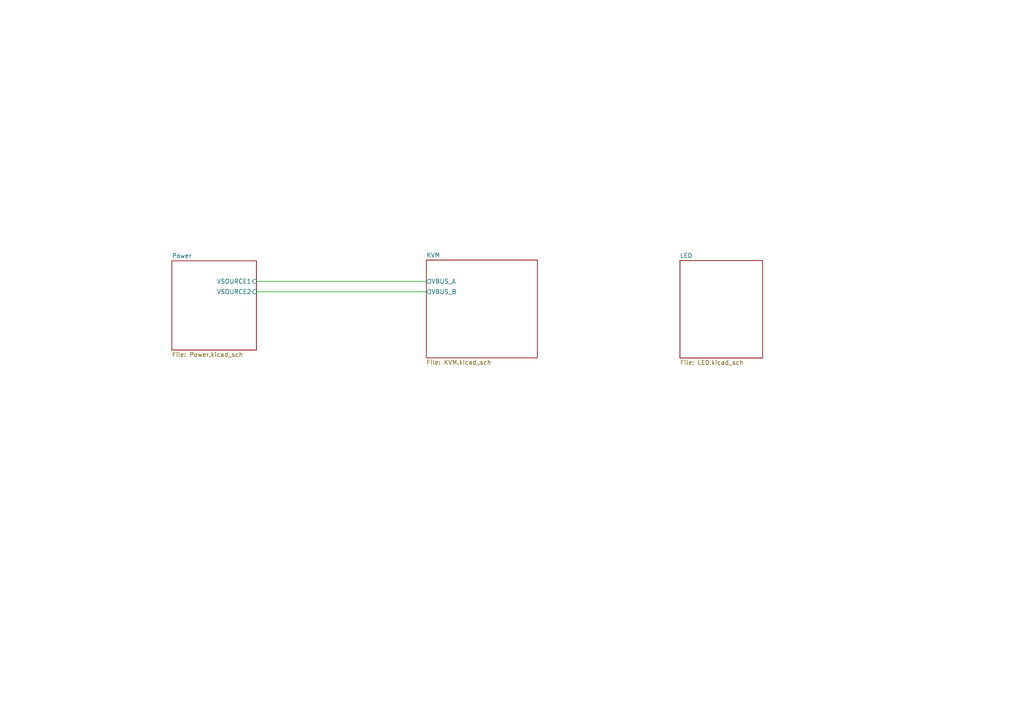
<source format=kicad_sch>
(kicad_sch (version 20211123) (generator eeschema)
  (paper "A4")
  (lib_symbols)
  (wire (pts (xy 74.3712 81.6102) (xy 123.6472 81.6102)))
  (wire (pts (xy 74.3712 84.6328) (xy 123.6472 84.6328)))
  (sheet (at 123.6472 75.438) (size 32.2072 28.3464) (stroke (width 0.1524))
    (property "Sheet name" "KVM" (at 123.6472 74.7264 0) (effects (justify left bottom)))
    (property "Sheet file" "KVM.kicad_sch" (at 123.6472 104.369 0) (effects (justify left top)))
    (pin "VBUS_A" output (at 123.6472 81.6102 180))
    (pin "VBUS_B" output (at 123.6472 84.6328 180))
  )
  (sheet (at 197.2056 75.5904) (size 24.003 28.2448) (stroke (width 0.1524))
    (property "Sheet name" "LED" (at 197.2056 74.8788 0) (effects (justify left bottom)))
    (property "Sheet file" "LED.kicad_sch" (at 197.2056 104.4198 0) (effects (justify left top)))
  )
  (sheet (at 49.8348 75.6412) (size 24.5364 25.8826) (stroke (width 0.1524))
    (property "Sheet name" "Power" (at 49.8348 74.9296 0) (effects (justify left bottom)))
    (property "Sheet file" "Power.kicad_sch" (at 49.8348 102.1084 0) (effects (justify left top)))
    (pin "VSOURCE1" input (at 74.3712 81.6102 0))
    (pin "VSOURCE2" input (at 74.3712 84.6328 0))
  )
)
</source>
